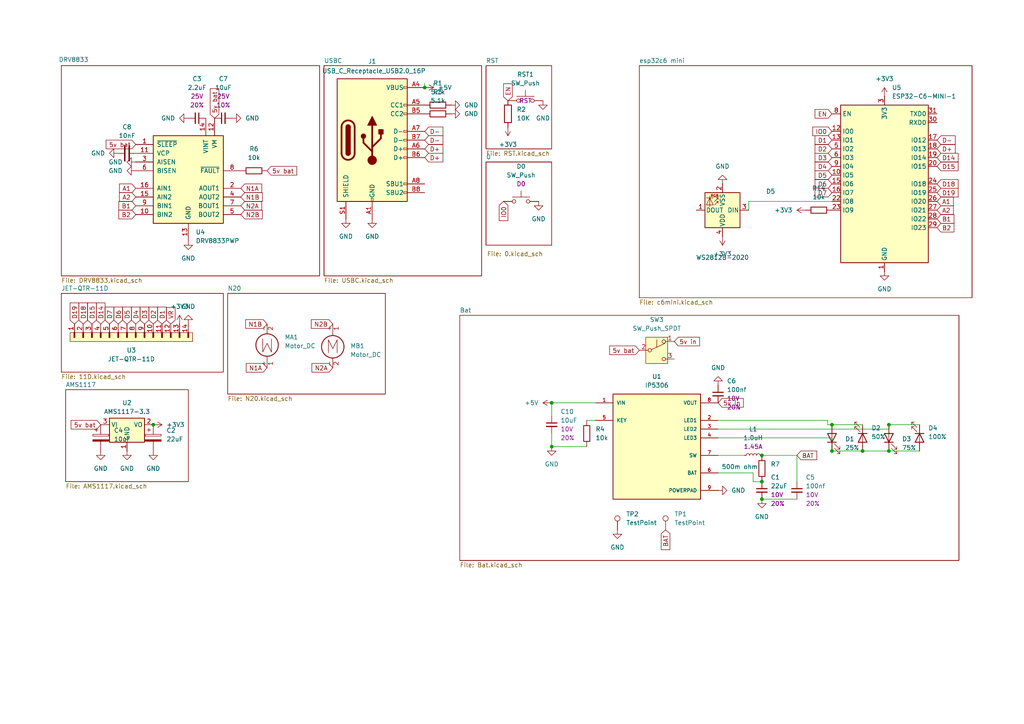
<source format=kicad_sch>
(kicad_sch (version 20250114) (generator "eeschema") (generator_version "9.0")
  (paper "A4")
  (lib_symbols
    (symbol "Connector:TestPoint" (pin_numbers (hide yes)) (pin_names (offset 0.762) (hide yes))
      (property "Reference" "TP" (at 0 6.858 0))
      (property "Value" "TestPoint" (at 0 5.08 0))
      (symbol "TestPoint_1_1"
        (pin passive line (at 0 0 90) (length 2.54) (name "1") (number "1"))
      )
    )
    (symbol "Connector:USB_C_Receptacle_USB2.0_16P" (pin_names (offset 1.016))
      (property "Reference" "J" (at 0 22.225 0))
      (property "Value" "USB_C_Receptacle_USB2.0_16P" (at 0 19.685 0))
      (symbol "USB_C_Receptacle_USB2.0_16P_1_1"
        (pin passive line (at -7.62 -22.86 90) (length 5.08) (name "SHIELD") (number "S1"))
        (pin passive line (at 0 -22.86 90) (length 5.08) (name "GND") (number "A1"))
        (pin passive line (at 0 -22.86 90) (length 5.08) (hide yes) (name "GND") (number "A12"))
        (pin passive line (at 0 -22.86 90) (length 5.08) (hide yes) (name "GND") (number "B1"))
        (pin passive line (at 0 -22.86 90) (length 5.08) (hide yes) (name "GND") (number "B12"))
        (pin passive line (at 15.24 15.24 180) (length 5.08) (name "VBUS") (number "A4"))
        (pin passive line (at 15.24 15.24 180) (length 5.08) (hide yes) (name "VBUS") (number "A9"))
        (pin passive line (at 15.24 15.24 180) (length 5.08) (hide yes) (name "VBUS") (number "B4"))
        (pin passive line (at 15.24 15.24 180) (length 5.08) (hide yes) (name "VBUS") (number "B9"))
        (pin bidirectional line (at 15.24 10.16 180) (length 5.08) (name "CC1") (number "A5"))
        (pin bidirectional line (at 15.24 7.62 180) (length 5.08) (name "CC2") (number "B5"))
        (pin bidirectional line (at 15.24 2.54 180) (length 5.08) (name "D-") (number "A7"))
        (pin bidirectional line (at 15.24 0 180) (length 5.08) (name "D-") (number "B7"))
        (pin bidirectional line (at 15.24 -2.54 180) (length 5.08) (name "D+") (number "A6"))
        (pin bidirectional line (at 15.24 -5.08 180) (length 5.08) (name "D+") (number "B6"))
        (pin bidirectional line (at 15.24 -12.7 180) (length 5.08) (name "SBU1") (number "A8"))
        (pin bidirectional line (at 15.24 -15.24 180) (length 5.08) (name "SBU2") (number "B8"))
      )
    )
    (symbol "Device:C_Polarized" (pin_numbers (hide yes)) (pin_names (offset 0.254))
      (property "Reference" "C" (at 0.635 2.54 0))
      (property "Value" "C_Polarized" (at 0.635 -2.54 0))
      (symbol "C_Polarized_1_1"
        (pin passive line (at 0 3.81 270) (length 2.794) (name "~") (number "1"))
        (pin passive line (at 0 -3.81 90) (length 2.794) (name "~") (number "2"))
      )
    )
    (symbol "Device:LED" (pin_numbers (hide yes)) (pin_names (offset 1.016) (hide yes))
      (property "Reference" "D" (at 0 2.54 0))
      (property "Value" "LED" (at 0 -2.54 0))
      (symbol "LED_1_1"
        (pin passive line (at -3.81 0 0) (length 2.54) (name "K") (number "1"))
        (pin passive line (at 3.81 0 180) (length 2.54) (name "A") (number "2"))
      )
    )
    (symbol "Device:R" (pin_numbers (hide yes)) (pin_names (offset 0))
      (property "Reference" "R" (at 2.032 0 90))
      (property "Value" "R" (at 0 0 90))
      (symbol "R_1_1"
        (pin passive line (at 0 3.81 270) (length 1.27) (name "~") (number "1"))
        (pin passive line (at 0 -3.81 90) (length 1.27) (name "~") (number "2"))
      )
    )
    (symbol "Driver_Motor:DRV8833PWP" (pin_names (offset 1.016))
      (property "Reference" "U" (at -3.81 16.51 0))
      (property "Value" "DRV8833PWP" (at -3.81 13.97 0))
      (symbol "DRV8833PWP_1_1"
        (pin input line (at -15.24 10.16 0) (length 5.08) (name "~{SLEEP}") (number "1"))
        (pin bidirectional line (at -15.24 7.62 0) (length 5.08) (name "VCP") (number "11"))
        (pin bidirectional line (at -15.24 5.08 0) (length 5.08) (name "AISEN") (number "3"))
        (pin bidirectional line (at -15.24 2.54 0) (length 5.08) (name "BISEN") (number "6"))
        (pin input line (at -15.24 -2.54 0) (length 5.08) (name "AIN1") (number "16"))
        (pin input line (at -15.24 -5.08 0) (length 5.08) (name "AIN2") (number "15"))
        (pin input line (at -15.24 -7.62 0) (length 5.08) (name "BIN1") (number "9"))
        (pin input line (at -15.24 -10.16 0) (length 5.08) (name "BIN2") (number "10"))
        (pin power_in line (at 0 -17.78 90) (length 5.08) (name "GND") (number "13"))
        (pin passive line (at 0 -17.78 90) (length 5.08) (hide yes) (name "GND") (number "17"))
        (pin power_in line (at 5.08 17.78 270) (length 5.08) (name "VINT") (number "14"))
        (pin power_in line (at 7.62 17.78 270) (length 5.08) (name "VM") (number "12"))
        (pin open_collector line (at 15.24 2.54 180) (length 5.08) (name "~{FAULT}") (number "8"))
        (pin power_out line (at 15.24 -2.54 180) (length 5.08) (name "AOUT1") (number "2"))
        (pin power_out line (at 15.24 -5.08 180) (length 5.08) (name "AOUT2") (number "4"))
        (pin power_out line (at 15.24 -7.62 180) (length 5.08) (name "BOUT1") (number "7"))
        (pin power_out line (at 15.24 -10.16 180) (length 5.08) (name "BOUT2") (number "5"))
      )
    )
    (symbol "LED:WS2812B-2020" (pin_names (offset 0.254))
      (property "Reference" "D" (at 5.08 5.715 0))
      (property "Value" "WS2812B-2020" (at 1.27 -5.715 0))
      (symbol "WS2812B-2020_0_0"
        (text "RGB" (at 2.286 -4.191 0) (effects (font (size 0.762 0.762))))
      )
      (symbol "WS2812B-2020_1_1"
        (pin input line (at -7.62 0 0) (length 2.54) (name "DIN") (number "3"))
        (pin power_in line (at 0 7.62 270) (length 2.54) (name "VDD") (number "4"))
        (pin power_in line (at 0 -7.62 90) (length 2.54) (name "VSS") (number "2"))
        (pin output line (at 7.62 0 180) (length 2.54) (name "DOUT") (number "1"))
      )
    )
    (symbol "Motor:Motor_DC" (pin_names (offset 0))
      (property "Reference" "M" (at 2.54 2.54 0))
      (property "Value" "Motor_DC" (at 2.54 -5.08 0))
      (symbol "Motor_DC_1_1"
        (pin passive line (at 0 5.08 270) (length 2.54) (name "+") (number "1"))
        (pin passive line (at 0 -7.62 90) (length 2.54) (name "-") (number "2"))
      )
    )
    (symbol "PCM_SL_Capacitors:10nF_Ceramic"
      (property "Reference" "C" (at 0 6.35 0))
      (property "Value" "10nF_Ceramic" (at 0 3.81 0))
      (symbol "10nF_Ceramic_1_1"
        (pin passive line (at -2.54 0 0) (length 2) (name "~") (number "1"))
        (pin input line (at 2.54 0 180) (length 2) (name "~") (number "2"))
      )
    )
    (symbol "PCM_SL_Pin_Headers:PINHD_1x14_Male"
      (property "Reference" "J" (at 0 21.59 0))
      (property "Value" "PINHD_1x14_Male" (at 0 19.05 0))
      (symbol "PINHD_1x14_Male_1_1"
        (pin passive line (at -3.81 16.51 0) (length 2.54) (name "") (number "1"))
        (pin passive line (at -3.81 13.97 0) (length 2.54) (name "") (number "2"))
        (pin passive line (at -3.81 11.43 0) (length 2.54) (name "") (number "3"))
        (pin passive line (at -3.81 8.89 0) (length 2.54) (name "") (number "4"))
        (pin passive line (at -3.81 6.35 0) (length 2.54) (name "") (number "5"))
        (pin passive line (at -3.81 3.81 0) (length 2.54) (name "") (number "6"))
        (pin passive line (at -3.81 1.27 0) (length 2.54) (name "") (number "7"))
        (pin passive line (at -3.81 -1.27 0) (length 2.54) (name "") (number "8"))
        (pin passive line (at -3.81 -3.81 0) (length 2.54) (name "") (number "9"))
        (pin passive line (at -3.81 -6.35 0) (length 2.54) (name "") (number "10"))
        (pin passive line (at -3.81 -8.89 0) (length 2.54) (name "") (number "11"))
        (pin passive line (at -3.81 -11.43 0) (length 2.54) (name "") (number "12"))
        (pin passive line (at -3.81 -13.97 0) (length 2.54) (name "") (number "13"))
        (pin passive line (at -3.81 -16.51 0) (length 2.54) (name "") (number "14"))
      )
    )
    (symbol "PCM_SL_Resistors:10k"
      (property "Reference" "R" (at 0 5.08 0))
      (property "Value" "10k" (at 0 2.54 0))
      (symbol "10k_1_1"
        (pin passive line (at -3.81 0 0) (length 1.5) (name "") (number "1"))
        (pin passive line (at 3.81 0 180) (length 1.5) (name "~") (number "2"))
      )
    )
    (symbol "PCM_SL_Resistors:2ohm"
      (property "Reference" "R" (at 0 5.08 0))
      (property "Value" "2ohm" (at 0 2.54 0))
      (symbol "2ohm_1_1"
        (pin passive line (at -3.81 0 0) (length 1.5) (name "") (number "1"))
        (pin passive line (at 3.81 0 180) (length 1.5) (name "~") (number "2"))
      )
    )
    (symbol "PCM_SL_Resistors:5.7k"
      (property "Reference" "R" (at 0 5.08 0))
      (property "Value" "5.7k" (at 0 2.54 0))
      (symbol "5.7k_1_1"
        (pin passive line (at -3.81 0 0) (length 1.5) (name "") (number "1"))
        (pin passive line (at 3.81 0 180) (length 1.5) (name "~") (number "2"))
      )
    )
    (symbol "RF_Module:ESP32-C6-MINI-1"
      (property "Reference" "U" (at -11.43 24.13 0))
      (property "Value" "ESP32-C6-MINI-1" (at 12.7 24.13 0))
      (symbol "ESP32-C6-MINI-1_1_1"
        (pin input line (at -15.24 20.32 0) (length 2.54) (name "EN") (number "8"))
        (pin bidirectional line (at -15.24 15.24 0) (length 2.54) (name "IO0") (number "12"))
        (pin bidirectional line (at -15.24 12.7 0) (length 2.54) (name "IO1") (number "13"))
        (pin bidirectional line (at -15.24 10.16 0) (length 2.54) (name "IO2") (number "5"))
        (pin bidirectional line (at -15.24 7.62 0) (length 2.54) (name "IO3") (number "6"))
        (pin bidirectional line (at -15.24 5.08 0) (length 2.54) (name "IO4") (number "9"))
        (pin bidirectional line (at -15.24 2.54 0) (length 2.54) (name "IO5") (number "10"))
        (pin bidirectional line (at -15.24 0 0) (length 2.54) (name "IO6") (number "15"))
        (pin bidirectional line (at -15.24 -2.54 0) (length 2.54) (name "IO7") (number "16"))
        (pin bidirectional line (at -15.24 -5.08 0) (length 2.54) (name "IO8") (number "22"))
        (pin bidirectional line (at -15.24 -7.62 0) (length 2.54) (name "IO9") (number "23"))
        (pin no_connect line (at -12.7 -12.7 0) (length 2.54) (hide yes) (name "NC") (number "32"))
        (pin no_connect line (at -12.7 -15.24 0) (length 2.54) (hide yes) (name "NC") (number "33"))
        (pin no_connect line (at -12.7 -17.78 0) (length 2.54) (hide yes) (name "NC") (number "34"))
        (pin no_connect line (at -12.7 -20.32 0) (length 2.54) (hide yes) (name "NC") (number "35"))
        (pin power_in line (at 0 25.4 270) (length 2.54) (name "3V3") (number "3"))
        (pin power_in line (at 0 -25.4 90) (length 2.54) (name "GND") (number "1"))
        (pin passive line (at 0 -25.4 90) (length 2.54) (hide yes) (name "GND") (number "11"))
        (pin passive line (at 0 -25.4 90) (length 2.54) (hide yes) (name "GND") (number "14"))
        (pin passive line (at 0 -25.4 90) (length 2.54) (hide yes) (name "GND") (number "2"))
        (pin passive line (at 0 -25.4 90) (length 2.54) (hide yes) (name "GND") (number "36"))
        (pin passive line (at 0 -25.4 90) (length 2.54) (hide yes) (name "GND") (number "37"))
        (pin passive line (at 0 -25.4 90) (length 2.54) (hide yes) (name "GND") (number "38"))
        (pin passive line (at 0 -25.4 90) (length 2.54) (hide yes) (name "GND") (number "39"))
        (pin passive line (at 0 -25.4 90) (length 2.54) (hide yes) (name "GND") (number "40"))
        (pin passive line (at 0 -25.4 90) (length 2.54) (hide yes) (name "GND") (number "41"))
        (pin passive line (at 0 -25.4 90) (length 2.54) (hide yes) (name "GND") (number "42"))
        (pin passive line (at 0 -25.4 90) (length 2.54) (hide yes) (name "GND") (number "43"))
        (pin passive line (at 0 -25.4 90) (length 2.54) (hide yes) (name "GND") (number "44"))
        (pin passive line (at 0 -25.4 90) (length 2.54) (hide yes) (name "GND") (number "45"))
        (pin passive line (at 0 -25.4 90) (length 2.54) (hide yes) (name "GND") (number "46"))
        (pin passive line (at 0 -25.4 90) (length 2.54) (hide yes) (name "GND") (number "47"))
        (pin passive line (at 0 -25.4 90) (length 2.54) (hide yes) (name "GND") (number "48"))
        (pin passive line (at 0 -25.4 90) (length 2.54) (hide yes) (name "GND") (number "49"))
        (pin passive line (at 0 -25.4 90) (length 2.54) (hide yes) (name "GND") (number "50"))
        (pin passive line (at 0 -25.4 90) (length 2.54) (hide yes) (name "GND") (number "51"))
        (pin passive line (at 0 -25.4 90) (length 2.54) (hide yes) (name "GND") (number "52"))
        (pin passive line (at 0 -25.4 90) (length 2.54) (hide yes) (name "GND") (number "53"))
        (pin no_connect line (at 12.7 -15.24 180) (length 2.54) (hide yes) (name "NC") (number "4"))
        (pin no_connect line (at 12.7 -17.78 180) (length 2.54) (hide yes) (name "NC") (number "7"))
        (pin no_connect line (at 12.7 -20.32 180) (length 2.54) (hide yes) (name "NC") (number "21"))
        (pin bidirectional line (at 15.24 20.32 180) (length 2.54) (name "TXD0") (number "31"))
        (pin bidirectional line (at 15.24 17.78 180) (length 2.54) (name "RXD0") (number "30"))
        (pin bidirectional line (at 15.24 12.7 180) (length 2.54) (name "IO12") (number "17"))
        (pin bidirectional line (at 15.24 10.16 180) (length 2.54) (name "IO13") (number "18"))
        (pin bidirectional line (at 15.24 7.62 180) (length 2.54) (name "IO14") (number "19"))
        (pin bidirectional line (at 15.24 5.08 180) (length 2.54) (name "IO15") (number "20"))
        (pin bidirectional line (at 15.24 0 180) (length 2.54) (name "IO18") (number "24"))
        (pin bidirectional line (at 15.24 -2.54 180) (length 2.54) (name "IO19") (number "25"))
        (pin bidirectional line (at 15.24 -5.08 180) (length 2.54) (name "IO20") (number "26"))
        (pin bidirectional line (at 15.24 -7.62 180) (length 2.54) (name "IO21") (number "27"))
        (pin bidirectional line (at 15.24 -10.16 180) (length 2.54) (name "IO22") (number "28"))
        (pin bidirectional line (at 15.24 -12.7 180) (length 2.54) (name "IO23") (number "29"))
      )
    )
    (symbol "Regulator_Linear:AMS1117-3.3"
      (property "Reference" "U" (at -3.81 3.175 0))
      (property "Value" "AMS1117-3.3" (at 0 3.175 0))
      (symbol "AMS1117-3.3_1_1"
        (pin power_in line (at -7.62 0 0) (length 2.54) (name "VI") (number "3"))
        (pin power_in line (at 0 -7.62 90) (length 2.54) (name "GND") (number "1"))
        (pin power_out line (at 7.62 0 180) (length 2.54) (name "VO") (number "2"))
      )
    )
    (symbol "SparkFun-Capacitor:10uF_0805_25V_10%" (pin_numbers (hide yes)) (pin_names (offset 0.254))
      (property "Reference" "C" (at 0.635 2.54 0))
      (property "Value" "10uF" (at 0.635 -2.54 0))
      (property "Voltage" "25V" (at 0 -6.35 0))
      (property "Tolerance" "10%" (at 0 -8.89 0))
      (symbol "10uF_0805_25V_10%_1_1"
        (pin passive line (at 0 2.54 270) (length 2.032) (name "~") (number "1"))
        (pin passive line (at 0 -2.54 90) (length 2.032) (name "~") (number "2"))
      )
    )
    (symbol "SparkFun-Capacitor:2.2uF_0805_25V_20%" (pin_numbers (hide yes)) (pin_names (offset 0.254))
      (property "Reference" "C" (at 0.635 2.54 0))
      (property "Value" "2.2uF" (at 0.635 -2.54 0))
      (property "Voltage" "25V" (at 0 -6.35 0))
      (property "Tolerance" "20%" (at 0 -8.89 0))
      (symbol "2.2uF_0805_25V_20%_1_1"
        (pin passive line (at 0 2.54 270) (length 2.032) (name "~") (number "1"))
        (pin passive line (at 0 -2.54 90) (length 2.032) (name "~") (number "2"))
      )
    )
    (symbol "SparkFun-Capacitor:22uF_0805_10V_20%" (pin_numbers (hide yes)) (pin_names (offset 0.254))
      (property "Reference" "C" (at 0.635 2.54 0))
      (property "Value" "22uF" (at 0.635 -2.54 0))
      (property "Voltage" "10V" (at 0 -6.35 0))
      (property "Tolerance" "20%" (at 0 -8.89 0))
      (symbol "22uF_0805_10V_20%_1_1"
        (pin passive line (at 0 2.54 270) (length 2.032) (name "~") (number "1"))
        (pin passive line (at 0 -2.54 90) (length 2.032) (name "~") (number "2"))
      )
    )
    (symbol "SparkFun-Coil:1.0uH_0805_1.45A" (pin_numbers (hide yes)) (pin_names (offset 1.016) (hide yes))
      (property "Reference" "L" (at 0 2.54 0))
      (property "Value" "1.0uH" (at 0 -1.27 0))
      (property "Current" "1.45A" (at 0 -3.81 0))
      (symbol "1.0uH_0805_1.45A_1_1"
        (pin passive line (at -2.54 0 0) (length 0.508) (name "~") (number "1"))
        (pin passive line (at 2.54 0 180) (length 0.508) (name "~") (number "2"))
      )
    )
    (symbol "Switch:SW_Push" (pin_numbers (hide yes)) (pin_names (offset 1.016) (hide yes))
      (property "Reference" "SW" (at 1.27 2.54 0))
      (property "Value" "SW_Push" (at 0 -1.524 0))
      (symbol "SW_Push_0_1"
        (pin passive line (at -5.08 0 0) (length 2.54) (name "1") (number "1"))
        (pin passive line (at 5.08 0 180) (length 2.54) (name "2") (number "2"))
      )
    )
    (symbol "Switch:SW_Push_SPDT" (pin_names (offset 0) (hide yes))
      (property "Reference" "SW" (at 0 5.08 0))
      (property "Value" "SW_Push_SPDT" (at 0 -5.08 0))
      (symbol "SW_Push_SPDT_1_1"
        (pin passive line (at -5.08 0 0) (length 2.54) (name "B") (number "2"))
        (pin passive line (at 5.08 2.54 180) (length 2.54) (name "A") (number "1"))
        (pin passive line (at 5.08 -2.54 180) (length 2.54) (name "C") (number "3"))
      )
    )
    (symbol "power:+3V3" (power) (pin_numbers (hide yes)) (pin_names (offset 0) (hide yes))
      (property "Value" "+3V3" (at 0 3.556 0))
      (symbol "+3V3_1_1"
        (pin power_in line (at 0 0 90) (length 0) (name "~") (number "1"))
      )
    )
    (symbol "power:+5V" (power) (pin_numbers (hide yes)) (pin_names (offset 0) (hide yes))
      (property "Value" "+5V" (at 0 3.556 0))
      (symbol "+5V_1_1"
        (pin power_in line (at 0 0 90) (length 0) (name "~") (number "1"))
      )
    )
    (symbol "power:GND" (power) (pin_numbers (hide yes)) (pin_names (offset 0) (hide yes))
      (property "Value" "GND" (at 0 -3.81 0))
      (symbol "GND_1_1"
        (pin power_in line (at 0 0 270) (length 0) (name "~") (number "1"))
      )
    )
    (symbol "user:IP5306" (pin_names (offset 1.016))
      (property "Reference" "U" (at -12.7 16.002 0))
      (property "Value" "IP5306" (at -12.7 -17.78 0))
      (symbol "IP5306_0_0"
        (pin input line (at -17.78 12.7 0) (length 5.08) (name "VIN") (number "1"))
        (pin input line (at -17.78 7.62 0) (length 5.08) (name "KEY") (number "5"))
        (pin output line (at 17.78 12.7 180) (length 5.08) (name "VOUT") (number "8"))
        (pin output line (at 17.78 7.62 180) (length 5.08) (name "LED1") (number "2"))
        (pin output line (at 17.78 5.08 180) (length 5.08) (name "LED2") (number "3"))
        (pin output line (at 17.78 2.54 180) (length 5.08) (name "LED3") (number "4"))
        (pin passive line (at 17.78 -2.54 180) (length 5.08) (name "SW") (number "7"))
        (pin passive line (at 17.78 -7.62 180) (length 5.08) (name "BAT") (number "6"))
        (pin power_in line (at 17.78 -12.7 180) (length 5.08) (name "POWERPAD") (number "9"))
      )
    )
  )
  (junction (at 123.19 25.4))
  (junction (at 257.81 123.19))
  (junction (at 220.98 139.7))
  (junction (at 160.02 129.54))
  (junction (at 241.3 123.19))
  (junction (at 44.45 123.19))
  (junction (at 160.02 116.84))
  (junction (at 250.19 130.81))
  (junction (at 241.3 130.81))
  (junction (at 220.98 144.78))
  (junction (at 220.98 132.08))
  (junction (at 257.81 130.81))
  (wire (pts (xy 241.3 123.19) (xy 250.19 123.19)))
  (wire (pts (xy 160.02 116.84) (xy 172.72 116.84)))
  (wire (pts (xy 250.19 130.81) (xy 257.81 130.81)))
  (wire (pts (xy 220.98 144.78) (xy 231.14 144.78)))
  (wire (pts (xy 241.3 58.42) (xy 217.17 58.42)))
  (wire (pts (xy 123.19 25.4) (xy 123.19 24.13)))
  (wire (pts (xy 241.3 130.81) (xy 250.19 130.81)))
  (wire (pts (xy 218.44 137.16) (xy 218.44 139.7)))
  (wire (pts (xy 208.28 137.16) (xy 218.44 137.16)))
  (wire (pts (xy 208.28 127) (xy 241.3 127)))
  (wire (pts (xy 220.98 132.08) (xy 231.14 132.08)))
  (wire (pts (xy 170.18 121.92) (xy 172.72 121.92)))
  (wire (pts (xy 208.28 124.46) (xy 257.81 124.46)))
  (wire (pts (xy 241.3 127) (xy 241.3 130.81)))
  (wire (pts (xy 257.81 123.19) (xy 257.81 124.46)))
  (wire (pts (xy 240.03 121.92) (xy 208.28 121.92)))
  (wire (pts (xy 208.28 132.08) (xy 215.9 132.08)))
  (wire (pts (xy 125.73 25.4) (xy 125.73 24.13)))
  (wire (pts (xy 160.02 129.54) (xy 170.18 129.54)))
  (wire (pts (xy 241.3 123.19) (xy 240.03 123.19)))
  (wire (pts (xy 160.02 125.73) (xy 160.02 129.54)))
  (wire (pts (xy 125.73 25.4) (xy 123.19 25.4)))
  (wire (pts (xy 218.44 139.7) (xy 220.98 139.7)))
  (wire (pts (xy 160.02 116.84) (xy 160.02 120.65)))
  (wire (pts (xy 257.81 130.81) (xy 266.7 130.81)))
  (wire (pts (xy 240.03 123.19) (xy 240.03 121.92)))
  (wire (pts (xy 217.17 58.42) (xy 217.17 60.96)))
  (wire (pts (xy 231.14 139.7) (xy 231.14 132.08)))
  (wire (pts (xy 257.81 123.19) (xy 266.7 123.19)))
  (global_label "D14" (shape input) (at 271.78 45.72 0) (property "Intersheetrefs" "${INTERSHEET_REFS}" (effects (hide yes))))
  (global_label "D18" (shape input) (at 271.78 53.34 0) (property "Intersheetrefs" "${INTERSHEET_REFS}" (effects (hide yes))))
  (global_label "D15" (shape input) (at 271.78 48.26 0) (property "Intersheetrefs" "${INTERSHEET_REFS}" (effects (hide yes))))
  (global_label "IO0" (shape input) (at 146.05 58.42 270) (property "Intersheetrefs" "${INTERSHEET_REFS}" (effects (hide yes))))
  (global_label "N1A" (shape input) (at 77.47 106.68 180) (property "Intersheetrefs" "${INTERSHEET_REFS}" (effects (hide yes))))
  (global_label "D19" (shape input) (at 21.59 93.98 90) (property "Intersheetrefs" "${INTERSHEET_REFS}" (effects (hide yes))))
  (global_label "D7" (shape input) (at 241.3 55.88 180) (property "Intersheetrefs" "${INTERSHEET_REFS}" (effects (hide yes))))
  (global_label "N1B" (shape input) (at 77.47 93.98 180) (property "Intersheetrefs" "${INTERSHEET_REFS}" (effects (hide yes))))
  (global_label "B2" (shape input) (at 271.78 66.04 0) (property "Intersheetrefs" "${INTERSHEET_REFS}" (effects (hide yes))))
  (global_label "BAT" (shape input) (at 193.04 153.67 270) (property "Intersheetrefs" "${INTERSHEET_REFS}" (effects (hide yes))))
  (global_label "EN" (shape input) (at 147.32 29.21 90) (property "Intersheetrefs" "${INTERSHEET_REFS}" (effects (hide yes))))
  (global_label "B2" (shape input) (at 39.37 62.23 180) (property "Intersheetrefs" "${INTERSHEET_REFS}" (effects (hide yes))))
  (global_label "N2B" (shape input) (at 69.85 62.23 0) (property "Intersheetrefs" "${INTERSHEET_REFS}" (effects (hide yes))))
  (global_label "D2" (shape input) (at 44.45 93.98 90) (property "Intersheetrefs" "${INTERSHEET_REFS}" (effects (hide yes))))
  (global_label "VR" (shape input) (at 49.53 93.98 90) (property "Intersheetrefs" "${INTERSHEET_REFS}" (effects (hide yes))))
  (global_label "D-" (shape input) (at 123.19 38.1 0) (property "Intersheetrefs" "${INTERSHEET_REFS}" (effects (hide yes))))
  (global_label "D5" (shape input) (at 36.83 93.98 90) (property "Intersheetrefs" "${INTERSHEET_REFS}" (effects (hide yes))))
  (global_label "A1" (shape input) (at 39.37 54.61 180) (property "Intersheetrefs" "${INTERSHEET_REFS}" (effects (hide yes))))
  (global_label "5v in" (shape input) (at 195.58 99.06 0) (property "Intersheetrefs" "${INTERSHEET_REFS}" (effects (hide yes))))
  (global_label "D-" (shape input) (at 271.78 40.64 0) (property "Intersheetrefs" "${INTERSHEET_REFS}" (effects (hide yes))))
  (global_label "5v bat" (shape input) (at 39.37 41.91 180) (property "Intersheetrefs" "${INTERSHEET_REFS}" (effects (hide yes))))
  (global_label "D7" (shape input) (at 31.75 93.98 90) (property "Intersheetrefs" "${INTERSHEET_REFS}" (effects (hide yes))))
  (global_label "BAT" (shape input) (at 231.14 132.08 0) (property "Intersheetrefs" "${INTERSHEET_REFS}" (effects (hide yes))))
  (global_label "IO0" (shape input) (at 241.3 38.1 180) (property "Intersheetrefs" "${INTERSHEET_REFS}" (effects (hide yes))))
  (global_label "A2" (shape input) (at 39.37 57.15 180) (property "Intersheetrefs" "${INTERSHEET_REFS}" (effects (hide yes))))
  (global_label "D4" (shape input) (at 39.37 93.98 90) (property "Intersheetrefs" "${INTERSHEET_REFS}" (effects (hide yes))))
  (global_label "5v bat" (shape input) (at 62.23 34.29 90) (property "Intersheetrefs" "${INTERSHEET_REFS}" (effects (hide yes))))
  (global_label "N2A" (shape input) (at 96.52 106.68 180) (property "Intersheetrefs" "${INTERSHEET_REFS}" (effects (hide yes))))
  (global_label "B1" (shape input) (at 271.78 63.5 0) (property "Intersheetrefs" "${INTERSHEET_REFS}" (effects (hide yes))))
  (global_label "A1" (shape input) (at 271.78 58.42 0) (property "Intersheetrefs" "${INTERSHEET_REFS}" (effects (hide yes))))
  (global_label "D4" (shape input) (at 241.3 48.26 180) (property "Intersheetrefs" "${INTERSHEET_REFS}" (effects (hide yes))))
  (global_label "N1B" (shape input) (at 69.85 57.15 0) (property "Intersheetrefs" "${INTERSHEET_REFS}" (effects (hide yes))))
  (global_label "D6" (shape input) (at 241.3 53.34 180) (property "Intersheetrefs" "${INTERSHEET_REFS}" (effects (hide yes))))
  (global_label "A2" (shape input) (at 271.78 60.96 0) (property "Intersheetrefs" "${INTERSHEET_REFS}" (effects (hide yes))))
  (global_label "D+" (shape input) (at 123.19 45.72 0) (property "Intersheetrefs" "${INTERSHEET_REFS}" (effects (hide yes))))
  (global_label "5v bat" (shape input) (at 77.47 49.53 0) (property "Intersheetrefs" "${INTERSHEET_REFS}" (effects (hide yes))))
  (global_label "5v bat" (shape input) (at 185.42 101.6 180) (property "Intersheetrefs" "${INTERSHEET_REFS}" (effects (hide yes))))
  (global_label "D+" (shape input) (at 271.78 43.18 0) (property "Intersheetrefs" "${INTERSHEET_REFS}" (effects (hide yes))))
  (global_label "5v bat" (shape input) (at 29.21 123.19 180) (property "Intersheetrefs" "${INTERSHEET_REFS}" (effects (hide yes))))
  (global_label "D14" (shape input) (at 29.21 93.98 90) (property "Intersheetrefs" "${INTERSHEET_REFS}" (effects (hide yes))))
  (global_label "N2A" (shape input) (at 69.85 59.69 0) (property "Intersheetrefs" "${INTERSHEET_REFS}" (effects (hide yes))))
  (global_label "D2" (shape input) (at 241.3 43.18 180) (property "Intersheetrefs" "${INTERSHEET_REFS}" (effects (hide yes))))
  (global_label "D3" (shape input) (at 41.91 93.98 90) (property "Intersheetrefs" "${INTERSHEET_REFS}" (effects (hide yes))))
  (global_label "B1" (shape input) (at 39.37 59.69 180) (property "Intersheetrefs" "${INTERSHEET_REFS}" (effects (hide yes))))
  (global_label "D3" (shape input) (at 241.3 45.72 180) (property "Intersheetrefs" "${INTERSHEET_REFS}" (effects (hide yes))))
  (global_label "N1A" (shape input) (at 69.85 54.61 0) (property "Intersheetrefs" "${INTERSHEET_REFS}" (effects (hide yes))))
  (global_label "5v in" (shape input) (at 208.28 116.84 0) (property "Intersheetrefs" "${INTERSHEET_REFS}" (effects (hide yes))))
  (global_label "D-" (shape input) (at 123.19 40.64 0) (property "Intersheetrefs" "${INTERSHEET_REFS}" (effects (hide yes))))
  (global_label "N2B" (shape input) (at 96.52 93.98 180) (property "Intersheetrefs" "${INTERSHEET_REFS}" (effects (hide yes))))
  (global_label "D+" (shape input) (at 123.19 43.18 0) (property "Intersheetrefs" "${INTERSHEET_REFS}" (effects (hide yes))))
  (global_label "D18" (shape input) (at 24.13 93.98 90) (property "Intersheetrefs" "${INTERSHEET_REFS}" (effects (hide yes))))
  (global_label "D6" (shape input) (at 34.29 93.98 90) (property "Intersheetrefs" "${INTERSHEET_REFS}" (effects (hide yes))))
  (global_label "EN" (shape input) (at 241.3 33.02 180) (property "Intersheetrefs" "${INTERSHEET_REFS}" (effects (hide yes))))
  (global_label "D19" (shape input) (at 271.78 55.88 0) (property "Intersheetrefs" "${INTERSHEET_REFS}" (effects (hide yes))))
  (global_label "D1" (shape input) (at 241.3 40.64 180) (property "Intersheetrefs" "${INTERSHEET_REFS}" (effects (hide yes))))
  (global_label "D5" (shape input) (at 241.3 50.8 180) (property "Intersheetrefs" "${INTERSHEET_REFS}" (effects (hide yes))))
  (global_label "D15" (shape input) (at 26.67 93.98 90) (property "Intersheetrefs" "${INTERSHEET_REFS}" (effects (hide yes))))
  (global_label "D1" (shape input) (at 46.99 93.98 90) (property "Intersheetrefs" "${INTERSHEET_REFS}" (effects (hide yes))))
  (symbol (lib_id "Device:C_Polarized") (at 44.45 127 0) (unit 1)
    (property "Reference" "C2" (at 48.26 124.8409 0) (effects (justify left)))
    (property "Value" "22uF" (at 48.26 127.3809 0) (effects (justify left)))
    (property "Footprint" "Capacitor_SMD:C_0805_2012Metric_Pad1.18x1.45mm_HandSolder" (effects (hide yes)))
    (property "Description" "Polarized capacitor" (effects (hide yes)))
    (property "Voltage" "25V" (effects (hide yes)))
  )
  (symbol (lib_id "power:+3V3") (at 209.55 68.58 180) (unit 1)
    (property "Reference" "#PWR08" (effects (hide yes)))
    (property "Value" "+3V3" (at 209.55 73.66 0))
    (property "Description" "Power symbol creates a global label with name \"+3V3\"" (effects (hide yes)))
  )
  (symbol (lib_id "power:GND") (at 130.81 33.02 90) (unit 1)
    (property "Reference" "#PWR07" (effects (hide yes)))
    (property "Value" "GND" (at 134.62 33.0199 90) (effects (justify right)))
    (property "Description" "Power symbol creates a global label with name \"GND\" , ground" (effects (hide yes)))
  )
  (symbol (lib_id "Switch:SW_Push_SPDT") (at 190.5 101.6 0) (unit 1)
    (property "Reference" "SW3" (at 190.5 92.71 0))
    (property "Value" "SW_Push_SPDT" (at 190.5 95.25 0))
    (property "Footprint" "Button_Switch_SMD:SW_SPDT_PCM12" (effects (hide yes)))
    (property "Description" "Momentary Switch, single pole double throw" (effects (hide yes)))
  )
  (symbol (lib_id "SparkFun-Capacitor:22uF_0805_10V_20%") (at 160.02 123.19 0) (unit 1)
    (property "Reference" "C10" (at 162.56 119.3862 0) (effects (justify left)))
    (property "Value" "10uF" (at 162.56 121.9262 0) (effects (justify left)))
    (property "Footprint" "Capacitor_SMD:C_0805_2012Metric_Pad1.18x1.45mm_HandSolder" (effects (hide yes)))
    (property "Datasheet" "https://cdn.sparkfun.com/assets/8/a/4/a/5/Kemet_Capacitor_Datasheet.pdf" (effects (hide yes)))
    (property "Description" "Unpolarized capacitor" (effects (hide yes)))
    (property "PROD_ID" "CAP-14973" (effects (hide yes)))
    (property "Voltage" "10V" (at 162.56 124.4662 0) (effects (justify left)))
    (property "Tolerance" "20%" (at 162.56 127.0062 0) (effects (justify left)))
  )
  (symbol (lib_id "PCM_SL_Resistors:10k") (at 170.18 125.73 90) (unit 1)
    (property "Reference" "R4" (at 172.72 124.4599 90) (effects (justify right)))
    (property "Value" "10k" (at 172.72 126.9999 90) (effects (justify right)))
    (property "Footprint" "Resistor_SMD:R_0805_2012Metric_Pad1.20x1.40mm_HandSolder" (effects (hide yes)))
    (property "Description" "10kΩ, 1/4W Resistor" (effects (hide yes)))
  )
  (symbol (lib_id "Device:C_Polarized") (at 29.21 127 0) (unit 1)
    (property "Reference" "C4" (at 33.02 124.8409 0) (effects (justify left)))
    (property "Value" "10uF" (at 33.02 127.3809 0) (effects (justify left)))
    (property "Footprint" "Capacitor_SMD:C_0805_2012Metric_Pad1.18x1.45mm_HandSolder" (effects (hide yes)))
    (property "Description" "Polarized capacitor" (effects (hide yes)))
    (property "Voltage" "16" (effects (hide yes)))
  )
  (symbol (lib_id "power:GND") (at 107.95 63.5 0) (unit 1)
    (property "Reference" "#PWR010" (effects (hide yes)))
    (property "Value" "GND" (at 107.95 68.58 0))
    (property "Description" "Power symbol creates a global label with name \"GND\" , ground" (effects (hide yes)))
  )
  (symbol (lib_id "PCM_SL_Resistors:10k") (at 73.66 49.53 0) (unit 1)
    (property "Reference" "R6" (at 73.66 43.18 0))
    (property "Value" "10k" (at 73.66 45.72 0))
    (property "Footprint" "Resistor_SMD:R_0805_2012Metric_Pad1.20x1.40mm_HandSolder" (effects (hide yes)))
    (property "Description" "10kΩ, 1/4W Resistor" (effects (hide yes)))
  )
  (symbol (lib_id "Connector:TestPoint") (at 193.04 153.67 0) (unit 1)
    (property "Reference" "TP1" (at 195.58 149.0979 0) (effects (justify left)))
    (property "Value" "TestPoint" (at 195.58 151.6379 0) (effects (justify left)))
    (property "Footprint" "TestPoint:TestPoint_Pad_2.0x2.0mm" (effects (hide yes)))
    (property "Description" "test point" (effects (hide yes)))
  )
  (symbol (lib_id "PCM_SL_Resistors:10k") (at 237.49 60.96 0) (unit 1)
    (property "Reference" "R14" (at 237.49 54.61 0))
    (property "Value" "10k" (at 237.49 57.15 0))
    (property "Footprint" "Resistor_SMD:R_0805_2012Metric_Pad1.20x1.40mm_HandSolder" (effects (hide yes)))
    (property "Description" "10kΩ, 1/4W Resistor" (effects (hide yes)))
  )
  (symbol (lib_id "power:+3V3") (at 44.45 123.19 270) (unit 1)
    (property "Reference" "#PWR05" (effects (hide yes)))
    (property "Value" "+3V3" (at 48.26 123.1899 90) (effects (justify left)))
    (property "Description" "Power symbol creates a global label with name \"+3V3\"" (effects (hide yes)))
  )
  (symbol (lib_id "power:GND") (at 208.28 142.24 90) (unit 1)
    (property "Reference" "#PWR015" (effects (hide yes)))
    (property "Value" "GND" (at 212.09 142.2399 90) (effects (justify right)))
    (property "Description" "Power symbol creates a global label with name \"GND\" , ground" (effects (hide yes)))
  )
  (symbol (lib_id "PCM_SL_Resistors:2ohm") (at 220.98 135.89 270) (unit 1)
    (property "Reference" "R7" (at 223.52 134.6199 90) (effects (justify left)))
    (property "Value" "500m ohm" (at 209.296 135.382 90) (effects (justify left)))
    (property "Footprint" "Resistor_SMD:R_0805_2012Metric_Pad1.20x1.40mm_HandSolder" (effects (hide yes)))
    (property "Description" "2Ω, 1/4W Resistor" (effects (hide yes)))
  )
  (symbol (lib_id "power:GND") (at 100.33 63.5 0) (unit 1)
    (property "Reference" "#PWR011" (effects (hide yes)))
    (property "Value" "GND" (at 100.33 68.58 0))
    (property "Description" "Power symbol creates a global label with name \"GND\" , ground" (effects (hide yes)))
  )
  (symbol (lib_id "Connector:TestPoint") (at 179.07 153.67 0) (unit 1)
    (property "Reference" "TP2" (at 181.61 149.0979 0) (effects (justify left)))
    (property "Value" "TestPoint" (at 181.61 151.6379 0) (effects (justify left)))
    (property "Footprint" "TestPoint:TestPoint_Pad_2.0x2.0mm" (effects (hide yes)))
    (property "Description" "test point" (effects (hide yes)))
  )
  (symbol (lib_id "RF_Module:ESP32-C6-MINI-1") (at 256.54 53.34 0) (unit 1)
    (property "Reference" "U5" (at 258.6833 25.4 0) (effects (justify left)))
    (property "Value" "ESP32-C6-MINI-1" (at 258.6833 27.94 0) (effects (justify left)))
    (property "Footprint" "RF_Module:ESP32-C6-MINI-1" (effects (hide yes)))
    (property "Datasheet" "https://www.espressif.com/sites/default/files/documentation/esp32-c6-mini-1_mini-1u_datasheet_en.pdf" (effects (hide yes)))
    (property "Description" "RF Module, ESP32-C6 SoC, Wi-Fi 802.11b/g/n/ax, Bluetooth, BLE, Zigbee, Thread, 32-bit, 3.3V, SMD, onboard antenna" (effects (hide yes)))
  )
  (symbol (lib_id "power:+5V") (at 160.02 116.84 90) (unit 1)
    (property "Reference" "#PWR039" (effects (hide yes)))
    (property "Value" "+5V" (at 156.21 116.8399 90) (effects (justify left)))
    (property "Description" "Power symbol creates a global label with name \"+5V\"" (effects (hide yes)))
  )
  (symbol (lib_id "Motor:Motor_DC") (at 77.47 101.6 180) (unit 1)
    (property "Reference" "MA1" (at 82.55 97.7899 0) (effects (justify right)))
    (property "Value" "Motor_DC" (at 82.55 100.33 0) (effects (justify right)))
    (property "Footprint" "User:N20 motor" (effects (hide yes)))
    (property "Description" "DC Motor" (effects (hide yes)))
  )
  (symbol (lib_id "PCM_SL_Capacitors:10nF_Ceramic") (at 36.83 44.45 0) (unit 1)
    (property "Reference" "C8" (at 36.83 36.83 0))
    (property "Value" "10nF" (at 36.83 39.37 0))
    (property "Footprint" "Capacitor_SMD:C_0805_2012Metric_Pad1.18x1.45mm_HandSolder" (effects (hide yes)))
    (property "Description" "10nF Ceramic Capacitor" (effects (hide yes)))
  )
  (symbol (lib_id "Switch:SW_Push") (at 152.4 29.21 0) (unit 1)
    (property "Reference" "RST1" (at 152.4 21.59 0))
    (property "Value" "SW_Push" (at 152.4 24.13 0))
    (property "Footprint" "Button_Switch_SMD:SW_Push_SPST_NO_Alps_SKRK" (effects (hide yes)))
    (property "Description" "RST" (at 152.4 29.21 0))
  )
  (symbol (lib_id "PCM_SL_Resistors:5.7k") (at 127 33.02 0) (unit 1)
    (property "Reference" "R3" (at 127 26.67 0))
    (property "Value" "5.1k" (at 127 29.21 0))
    (property "Footprint" "Resistor_SMD:R_0805_2012Metric_Pad1.20x1.40mm_HandSolder" (effects (hide yes)))
    (property "Description" "5.7kΩ, 1/4W Resistor" (effects (hide yes)))
  )
  (symbol (lib_id "power:GND") (at 160.02 129.54 0) (unit 1)
    (property "Reference" "#PWR016" (effects (hide yes)))
    (property "Value" "GND" (at 160.02 134.62 0))
    (property "Description" "Power symbol creates a global label with name \"GND\" , ground" (effects (hide yes)))
  )
  (symbol (lib_id "Connector:USB_C_Receptacle_USB2.0_16P") (at 107.95 40.64 0) (unit 1)
    (property "Reference" "J1" (at 107.95 17.78 0))
    (property "Value" "USB_C_Receptacle_USB2.0_16P" (at 108.458 20.574 0))
    (property "Footprint" "Connector_USB:USB_C_Receptacle_GCT_USB4105-xx-A_16P_TopMnt_Horizontal" (effects (hide yes)))
    (property "Datasheet" "https://www.usb.org/sites/default/files/documents/usb_type-c.zip" (effects (hide yes)))
    (property "Description" "USB 2.0-only 16P Type-C Receptacle connector" (effects (hide yes)))
  )
  (symbol (lib_id "SparkFun-Capacitor:2.2uF_0805_25V_20%") (at 57.15 34.29 270) (unit 1)
    (property "Reference" "C3" (at 57.1436 22.86 90))
    (property "Value" "2.2uF" (at 57.1436 25.4 90))
    (property "Footprint" "Capacitor_SMD:C_0805_2012Metric_Pad1.18x1.45mm_HandSolder" (effects (hide yes)))
    (property "Datasheet" "https://cdn.sparkfun.com/assets/8/a/4/a/5/Kemet_Capacitor_Datasheet.pdf" (effects (hide yes)))
    (property "Description" "Unpolarized capacitor" (effects (hide yes)))
    (property "PROD_ID" "CAP-11624" (effects (hide yes)))
    (property "Voltage" "25V" (at 57.1436 27.94 90))
    (property "Tolerance" "20%" (at 57.1436 30.48 90))
  )
  (symbol (lib_id "power:GND") (at 179.07 153.67 0) (unit 1)
    (property "Reference" "#PWR013" (effects (hide yes)))
    (property "Value" "GND" (at 179.07 158.75 0))
    (property "Description" "Power symbol creates a global label with name \"GND\" , ground" (effects (hide yes)))
  )
  (symbol (lib_id "power:GND") (at 54.61 69.85 0) (unit 1)
    (property "Reference" "#PWR018" (effects (hide yes)))
    (property "Value" "GND" (at 54.61 74.93 0))
    (property "Description" "Power symbol creates a global label with name \"GND\" , ground" (effects (hide yes)))
  )
  (symbol (lib_id "Motor:Motor_DC") (at 96.52 99.06 0) (unit 1)
    (property "Reference" "MB1" (at 101.6 100.3299 0) (effects (justify left)))
    (property "Value" "Motor_DC" (at 101.6 102.8699 0) (effects (justify left)))
    (property "Footprint" "User:N20 motor" (effects (hide yes)))
    (property "Description" "DC Motor" (effects (hide yes)))
  )
  (symbol (lib_id "PCM_SL_Pin_Headers:PINHD_1x14_Male") (at 38.1 97.79 90) (mirror x) (unit 1)
    (property "Reference" "U3" (at 38.1 101.6 90))
    (property "Value" "JET-QTR-11D" (at 38.1 104.14 90))
    (property "Footprint" "Connector_PinHeader_2.54mm:PinHeader_1x14_P2.54mm_Horizontal" (effects (hide yes)))
    (property "Description" "Pin Header male with pin space 2.54mm. Pin Count -14" (effects (hide yes)))
  )
  (symbol (lib_id "power:GND") (at 29.21 130.81 0) (unit 1)
    (property "Reference" "#PWR09" (effects (hide yes)))
    (property "Value" "GND" (at 29.21 135.89 0))
    (property "Description" "Power symbol creates a global label with name \"GND\" , ground" (effects (hide yes)))
  )
  (symbol (lib_id "SparkFun-Capacitor:22uF_0805_10V_20%") (at 220.98 142.24 0) (unit 1)
    (property "Reference" "C1" (at 223.52 138.4362 0) (effects (justify left)))
    (property "Value" "22uF" (at 223.52 140.9762 0) (effects (justify left)))
    (property "Footprint" "Capacitor_SMD:C_0805_2012Metric_Pad1.18x1.45mm_HandSolder" (effects (hide yes)))
    (property "Datasheet" "https://cdn.sparkfun.com/assets/8/a/4/a/5/Kemet_Capacitor_Datasheet.pdf" (effects (hide yes)))
    (property "Description" "Unpolarized capacitor" (effects (hide yes)))
    (property "PROD_ID" "CAP-14973" (effects (hide yes)))
    (property "Voltage" "10V" (at 223.52 143.5162 0) (effects (justify left)))
    (property "Tolerance" "20%" (at 223.52 146.0562 0) (effects (justify left)))
  )
  (symbol (lib_id "SparkFun-Capacitor:22uF_0805_10V_20%") (at 231.14 142.24 0) (unit 1)
    (property "Reference" "C5" (at 233.68 138.4362 0) (effects (justify left)))
    (property "Value" "100nf" (at 233.68 140.9762 0) (effects (justify left)))
    (property "Footprint" "Capacitor_SMD:C_0805_2012Metric_Pad1.18x1.45mm_HandSolder" (effects (hide yes)))
    (property "Datasheet" "https://cdn.sparkfun.com/assets/8/a/4/a/5/Kemet_Capacitor_Datasheet.pdf" (effects (hide yes)))
    (property "Description" "Unpolarized capacitor" (effects (hide yes)))
    (property "PROD_ID" "CAP-14973" (effects (hide yes)))
    (property "Voltage" "10V" (at 233.68 143.5162 0) (effects (justify left)))
    (property "Tolerance" "20%" (at 233.68 146.0562 0) (effects (justify left)))
  )
  (symbol (lib_id "power:GND") (at 256.54 78.74 0) (unit 1)
    (property "Reference" "#PWR029" (effects (hide yes)))
    (property "Value" "GND" (at 256.54 83.82 0))
    (property "Description" "Power symbol creates a global label with name \"GND\" , ground" (effects (hide yes)))
  )
  (symbol (lib_id "power:+3V3") (at 52.07 93.98 0) (unit 1)
    (property "Reference" "#PWR012" (effects (hide yes)))
    (property "Value" "+3V3" (at 52.07 88.9 0))
    (property "Description" "Power symbol creates a global label with name \"+3V3\"" (effects (hide yes)))
  )
  (symbol (lib_id "power:GND") (at 220.98 144.78 0) (unit 1)
    (property "Reference" "#PWR026" (effects (hide yes)))
    (property "Value" "GND" (at 220.98 149.86 0))
    (property "Description" "Power symbol creates a global label with name \"GND\" , ground" (effects (hide yes)))
  )
  (symbol (lib_id "power:GND") (at 34.29 44.45 270) (unit 1)
    (property "Reference" "#PWR023" (effects (hide yes)))
    (property "Value" "GND" (at 30.48 44.4499 90) (effects (justify right)))
    (property "Description" "Power symbol creates a global label with name \"GND\" , ground" (effects (hide yes)))
  )
  (symbol (lib_id "power:GND") (at 54.61 34.29 270) (unit 1)
    (property "Reference" "#PWR024" (effects (hide yes)))
    (property "Value" "GND" (at 50.8 34.2899 90) (effects (justify right)))
    (property "Description" "Power symbol creates a global label with name \"GND\" , ground" (effects (hide yes)))
  )
  (symbol (lib_id "Device:LED") (at 266.7 127 270) (unit 1)
    (property "Reference" "D4" (at 269.24 124.1424 90) (effects (justify left)))
    (property "Value" "100%" (at 269.24 126.6824 90) (effects (justify left)))
    (property "Footprint" "LED_SMD:LED_0805_2012Metric_Pad1.15x1.40mm_HandSolder" (effects (hide yes)))
    (property "Description" "Light emitting diode" (effects (hide yes)))
    (property "Sim.Pins" "1=K 2=A" (effects (hide yes)))
  )
  (symbol (lib_id "Device:LED") (at 250.19 127 270) (unit 1)
    (property "Reference" "D2" (at 252.73 124.1424 90) (effects (justify left)))
    (property "Value" "50%" (at 252.73 126.6824 90) (effects (justify left)))
    (property "Footprint" "LED_SMD:LED_0805_2012Metric_Pad1.15x1.40mm_HandSolder" (effects (hide yes)))
    (property "Description" "Light emitting diode" (effects (hide yes)))
    (property "Sim.Pins" "1=K 2=A" (effects (hide yes)))
  )
  (symbol (lib_id "Device:LED") (at 241.3 127 90) (unit 1)
    (property "Reference" "D1" (at 245.11 127.3174 90) (effects (justify right)))
    (property "Value" "25%" (at 245.11 129.8574 90) (effects (justify right)))
    (property "Footprint" "LED_SMD:LED_0805_2012Metric_Pad1.15x1.40mm_HandSolder" (effects (hide yes)))
    (property "Description" "Light emitting diode" (effects (hide yes)))
    (property "Sim.Pins" "1=K 2=A" (effects (hide yes)))
  )
  (symbol (lib_id "power:GND") (at 130.81 30.48 90) (unit 1)
    (property "Reference" "#PWR06" (effects (hide yes)))
    (property "Value" "GND" (at 134.62 30.4799 90) (effects (justify right)))
    (property "Description" "Power symbol creates a global label with name \"GND\" , ground" (effects (hide yes)))
  )
  (symbol (lib_id "power:GND") (at 157.48 29.21 0) (unit 1)
    (property "Reference" "#PWR020" (effects (hide yes)))
    (property "Value" "GND" (at 157.48 34.29 0))
    (property "Description" "Power symbol creates a global label with name \"GND\" , ground" (effects (hide yes)))
  )
  (symbol (lib_id "power:GND") (at 209.55 53.34 180) (unit 1)
    (property "Reference" "#PWR02" (effects (hide yes)))
    (property "Value" "GND" (at 209.55 48.26 0))
    (property "Description" "Power symbol creates a global label with name \"GND\" , ground" (effects (hide yes)))
  )
  (symbol (lib_id "power:+5V") (at 123.19 25.4 270) (unit 1)
    (property "Reference" "#PWR01" (effects (hide yes)))
    (property "Value" "+5V" (at 127 25.3999 90) (effects (justify left)))
    (property "Description" "Power symbol creates a global label with name \"+5V\"" (effects (hide yes)))
  )
  (symbol (lib_id "Device:R") (at 147.32 33.02 0) (unit 1)
    (property "Reference" "R2" (at 149.86 31.7499 0) (effects (justify left)))
    (property "Value" "10K" (at 149.86 34.2899 0) (effects (justify left)))
    (property "Footprint" "Resistor_SMD:R_0805_2012Metric_Pad1.20x1.40mm_HandSolder" (effects (hide yes)))
    (property "Description" "Resistor" (effects (hide yes)))
  )
  (symbol (lib_id "power:GND") (at 44.45 130.81 0) (unit 1)
    (property "Reference" "#PWR03" (effects (hide yes)))
    (property "Value" "GND" (at 44.45 135.89 0))
    (property "Description" "Power symbol creates a global label with name \"GND\" , ground" (effects (hide yes)))
  )
  (symbol (lib_id "power:GND") (at 39.37 46.99 270) (unit 1)
    (property "Reference" "#PWR019" (effects (hide yes)))
    (property "Value" "GND" (at 35.56 46.9899 90) (effects (justify right)))
    (property "Description" "Power symbol creates a global label with name \"GND\" , ground" (effects (hide yes)))
  )
  (symbol (lib_id "power:+3V3") (at 256.54 27.94 0) (unit 1)
    (property "Reference" "#PWR028" (effects (hide yes)))
    (property "Value" "+3V3" (at 256.54 22.86 0))
    (property "Description" "Power symbol creates a global label with name \"+3V3\"" (effects (hide yes)))
  )
  (symbol (lib_id "LED:WS2812B-2020") (at 209.55 60.96 180) (unit 1)
    (property "Reference" "D5" (at 223.52 55.5146 0))
    (property "Value" "WS2812B-2020" (at 209.55 74.676 0))
    (property "Footprint" "LED_SMD:LED_WS2812B-2020_PLCC4_2.0x2.0mm" (effects (hide yes)))
    (property "Datasheet" "https://cdn-shop.adafruit.com/product-files/4684/4684_WS2812B-2020_V1.3_EN.pdf" (effects (hide yes)))
    (property "Description" "RGB LED with integrated controller, 2.0 x 2.0 mm, 12 mA" (effects (hide yes)))
  )
  (symbol (lib_id "SparkFun-Coil:1.0uH_0805_1.45A") (at 218.44 132.08 0) (unit 1)
    (property "Reference" "L1" (at 218.44 124.46 0))
    (property "Value" "1.0uH" (at 218.44 127 0))
    (property "Footprint" "Inductor_SMD:L_6.3x6.3_H3" (effects (hide yes)))
    (property "Datasheet" "https://mm.digikey.com/Volume0/opasdata/d220001/medias/docus/1221/MBKK2012T1R0M_SS.pdf" (effects (hide yes)))
    (property "Description" "Inductor" (effects (hide yes)))
    (property "PROD_ID" "NDUC-14375" (effects (hide yes)))
    (property "Current" "1.45A" (at 218.44 129.54 0))
  )
  (symbol (lib_id "SparkFun-Capacitor:10uF_0805_25V_10%") (at 64.77 34.29 90) (unit 1)
    (property "Reference" "C7" (at 64.7763 22.86 90))
    (property "Value" "10uF" (at 64.7763 25.4 90))
    (property "Footprint" "Capacitor_SMD:C_0805_2012Metric_Pad1.18x1.45mm_HandSolder" (effects (hide yes)))
    (property "Datasheet" "https://mm.digikey.com/Volume0/opasdata/d220001/medias/docus/4888/TMK212BBJ106KG-T_SS.pdf" (effects (hide yes)))
    (property "Description" "Unpolarized capacitor" (effects (hide yes)))
    (property "PROD_ID" "CAP-14259" (effects (hide yes)))
    (property "Voltage" "25V" (at 64.7763 27.94 90))
    (property "Tolerance" "10%" (at 64.7763 30.48 90))
  )
  (symbol (lib_id "power:GND") (at 156.21 58.42 0) (unit 1)
    (property "Reference" "#PWR021" (effects (hide yes)))
    (property "Value" "GND" (at 156.21 63.5 0))
    (property "Description" "Power symbol creates a global label with name \"GND\" , ground" (effects (hide yes)))
  )
  (symbol (lib_id "user:IP5306") (at 190.5 129.54 0) (unit 1)
    (property "Reference" "U1" (at 190.5 109.22 0))
    (property "Value" "IP5306" (at 190.5 111.76 0))
    (property "Footprint" "User:ip5306" (effects (hide yes)))
    (property "MF" "Injoinic" (effects (hide yes)))
    (property "MAXIMUM_PACKAGE_HEIGHT" "1.65mm" (effects (hide yes)))
    (property "Package" "eSOP8 INJOINIC" (effects (hide yes)))
    (property "Price" "None" (effects (hide yes)))
    (property "Check_prices" "https://www.snapeda.com/parts/IP5306/Injoinic/view-part/?ref=eda" (effects (hide yes)))
    (property "STANDARD" "IPC-7351B" (effects (hide yes)))
    (property "PARTREV" "1.31" (effects (hide yes)))
    (property "SnapEDA_Link" "https://www.snapeda.com/parts/IP5306/Injoinic/view-part/?ref=snap" (effects (hide yes)))
    (property "MP" "IP5306" (effects (hide yes)))
    (property "Description_1" "Fully-Integrated Power Bank System-On-Chip with 2.1A charger, 2.4A discharger" (effects (hide yes)))
    (property "Availability" "In Stock" (effects (hide yes)))
    (property "MANUFACTURER" "Injoinic" (effects (hide yes)))
  )
  (symbol (lib_id "power:GND") (at 39.37 49.53 270) (unit 1)
    (property "Reference" "#PWR022" (effects (hide yes)))
    (property "Value" "GND" (at 35.56 49.5299 90) (effects (justify right)))
    (property "Description" "Power symbol creates a global label with name \"GND\" , ground" (effects (hide yes)))
  )
  (symbol (lib_id "SparkFun-Capacitor:22uF_0805_10V_20%") (at 208.28 114.3 0) (unit 1)
    (property "Reference" "C6" (at 210.82 110.4962 0) (effects (justify left)))
    (property "Value" "100nf" (at 210.82 113.0362 0) (effects (justify left)))
    (property "Footprint" "Capacitor_SMD:C_0805_2012Metric_Pad1.18x1.45mm_HandSolder" (effects (hide yes)))
    (property "Datasheet" "https://cdn.sparkfun.com/assets/8/a/4/a/5/Kemet_Capacitor_Datasheet.pdf" (effects (hide yes)))
    (property "Description" "Unpolarized capacitor" (effects (hide yes)))
    (property "PROD_ID" "CAP-14973" (effects (hide yes)))
    (property "Voltage" "10V" (at 210.82 115.5762 0) (effects (justify left)))
    (property "Tolerance" "20%" (at 210.82 118.1162 0) (effects (justify left)))
  )
  (symbol (lib_id "Switch:SW_Push") (at 151.13 58.42 0) (unit 1)
    (property "Reference" "D0" (at 151.13 48.26 0))
    (property "Value" "SW_Push" (at 151.13 50.8 0))
    (property "Footprint" "Button_Switch_SMD:SW_Push_SPST_NO_Alps_SKRK" (effects (hide yes)))
    (property "Description" "D0" (at 151.13 53.34 0))
  )
  (symbol (lib_id "Device:LED") (at 257.81 127 90) (unit 1)
    (property "Reference" "D3" (at 261.62 127.3174 90) (effects (justify right)))
    (property "Value" "75%" (at 261.62 129.8574 90) (effects (justify right)))
    (property "Footprint" "LED_SMD:LED_0805_2012Metric_Pad1.15x1.40mm_HandSolder" (effects (hide yes)))
    (property "Description" "Light emitting diode" (effects (hide yes)))
    (property "Sim.Pins" "1=K 2=A" (effects (hide yes)))
  )
  (symbol (lib_id "power:GND") (at 54.61 93.98 180) (unit 1)
    (property "Reference" "#PWR017" (effects (hide yes)))
    (property "Value" "GND" (at 54.61 88.9 0))
    (property "Description" "Power symbol creates a global label with name \"GND\" , ground" (effects (hide yes)))
  )
  (symbol (lib_id "PCM_SL_Resistors:5.7k") (at 127 30.48 0) (unit 1)
    (property "Reference" "R1" (at 127 24.13 0))
    (property "Value" "5.1k" (at 127 26.67 0))
    (property "Footprint" "Resistor_SMD:R_0805_2012Metric_Pad1.20x1.40mm_HandSolder" (effects (hide yes)))
    (property "Description" "5.7kΩ, 1/4W Resistor" (effects (hide yes)))
  )
  (symbol (lib_id "Driver_Motor:DRV8833PWP") (at 54.61 52.07 0) (unit 1)
    (property "Reference" "U4" (at 56.7533 67.31 0) (effects (justify left)))
    (property "Value" "DRV8833PWP" (at 56.7533 69.85 0) (effects (justify left)))
    (property "Footprint" "Package_SO:HTSSOP-16-1EP_4.4x5mm_P0.65mm_EP3.4x5mm_Mask2.46x2.31mm_ThermalVias" (effects (hide yes)))
    (property "Datasheet" "http://www.ti.com/lit/ds/symlink/drv8833.pdf" (effects (hide yes)))
    (property "Description" "Dual H-Bridge Motor Driver, HTSSOP-16" (effects (hide yes)))
  )
  (symbol (lib_id "power:GND") (at 208.28 111.76 180) (unit 1)
    (property "Reference" "#PWR014" (effects (hide yes)))
    (property "Value" "GND" (at 208.28 106.68 0))
    (property "Description" "Power symbol creates a global label with name \"GND\" , ground" (effects (hide yes)))
  )
  (symbol (lib_id "power:GND") (at 36.83 130.81 0) (unit 1)
    (property "Reference" "#PWR04" (effects (hide yes)))
    (property "Value" "GND" (at 36.83 135.89 0))
    (property "Description" "Power symbol creates a global label with name \"GND\" , ground" (effects (hide yes)))
  )
  (symbol (lib_id "Regulator_Linear:AMS1117-3.3") (at 36.83 123.19 0) (unit 1)
    (property "Reference" "U2" (at 36.83 116.84 0))
    (property "Value" "AMS1117-3.3" (at 36.83 119.38 0))
    (property "Footprint" "Package_TO_SOT_SMD:SOT-223-3_TabPin2" (effects (hide yes)))
    (property "Datasheet" "http://www.advanced-monolithic.com/pdf/ds1117.pdf" (effects (hide yes)))
    (property "Description" "1A Low Dropout regulator, positive, 3.3V fixed output, SOT-223" (effects (hide yes)))
  )
  (symbol (lib_id "power:+3V3") (at 233.68 60.96 90) (unit 1)
    (property "Reference" "#PWR035" (effects (hide yes)))
    (property "Value" "+3V3" (at 229.87 60.9599 90) (effects (justify left)))
    (property "Description" "Power symbol creates a global label with name \"+3V3\"" (effects (hide yes)))
  )
  (symbol (lib_id "power:GND") (at 67.31 34.29 90) (unit 1)
    (property "Reference" "#PWR025" (effects (hide yes)))
    (property "Value" "GND" (at 71.12 34.2899 90) (effects (justify right)))
    (property "Description" "Power symbol creates a global label with name \"GND\" , ground" (effects (hide yes)))
  )
  (symbol (lib_id "power:+3V3") (at 147.32 36.83 180) (unit 1)
    (property "Reference" "#PWR031" (effects (hide yes)))
    (property "Value" "+3V3" (at 147.32 41.91 0))
    (property "Description" "Power symbol creates a global label with name \"+3V3\"" (effects (hide yes)))
  )
  (sheet (at 17.78 85.09) (size 46.99 22.86) (stroke (width 0.1524))
    (property "Sheetname" "JET-QTR-11D" (at 17.78 84.3784 0) (effects (justify left bottom)))
    (property "Sheetfile" "11D.kicad_sch" (at 17.78 108.5346 0) (effects (justify left top)))
  )
  (sheet (at 66.04 85.09) (size 45.72 29.21) (stroke (width 0.1524))
    (property "Sheetname" "N20" (at 66.04 84.3784 0) (effects (justify left bottom)))
    (property "Sheetfile" "N20.kicad_sch" (at 66.04 114.8846 0) (effects (justify left top)))
  )
  (sheet (at 133.35 91.44) (size 144.78 71.12) (stroke (width 0.1524))
    (property "Sheetname" "Bat" (at 133.35 90.7284 0) (effects (justify left bottom)))
    (property "Sheetfile" "Bat.kicad_sch" (at 133.35 163.1446 0) (effects (justify left top)))
  )
  (sheet (at 19.05 113.03) (size 35.56 26.67) (stroke (width 0.1524))
    (property "Sheetname" "AMS1117" (at 19.05 112.3184 0) (effects (justify left bottom)))
    (property "Sheetfile" "AMS1117.kicad_sch" (at 19.05 140.2846 0) (effects (justify left top)))
  )
  (sheet (at 140.97 46.99) (size 19.05 24.13) (stroke (width 0.1524))
    (property "Sheetname" "0" (at 140.97 46.2784 0) (effects (justify left bottom)))
    (property "Sheetfile" "0.kicad_sch" (at 141.224 72.898 0) (effects (justify left top)))
  )
  (sheet (at 140.97 19.05) (size 19.05 24.13) (stroke (width 0.1524))
    (property "Sheetname" "RST" (at 140.97 18.3384 0) (effects (justify left bottom)))
    (property "Sheetfile" "RST.kicad_sch" (at 140.97 43.7646 0) (effects (justify left top)))
  )
  (sheet (at 93.98 19.05) (size 45.72 60.96) (stroke (width 0.1524))
    (property "Sheetname" "USBC" (at 93.98 18.3384 0) (effects (justify left bottom)))
    (property "Sheetfile" "USBC.kicad_sch" (at 93.98 80.5946 0) (effects (justify left top)))
  )
  (sheet (at 185.42 19.05) (size 96.52 67.31) (stroke (width 0.1524))
    (property "Sheetname" "esp32c6 mini" (at 185.42 18.3384 0) (effects (justify left bottom)))
    (property "Sheetfile" "c6mini.kicad_sch" (at 185.42 86.9446 0) (effects (justify left top)))
  )
  (sheet (at 17.78 19.05) (size 74.93 60.96) (stroke (width 0.1524))
    (property "Sheetname" "DRV8833" (at 17.018 18.034 0) (effects (justify left bottom)))
    (property "Sheetfile" "DRV8833.kicad_sch" (at 17.78 80.5946 0) (effects (justify left top)))
  )
)
</source>
